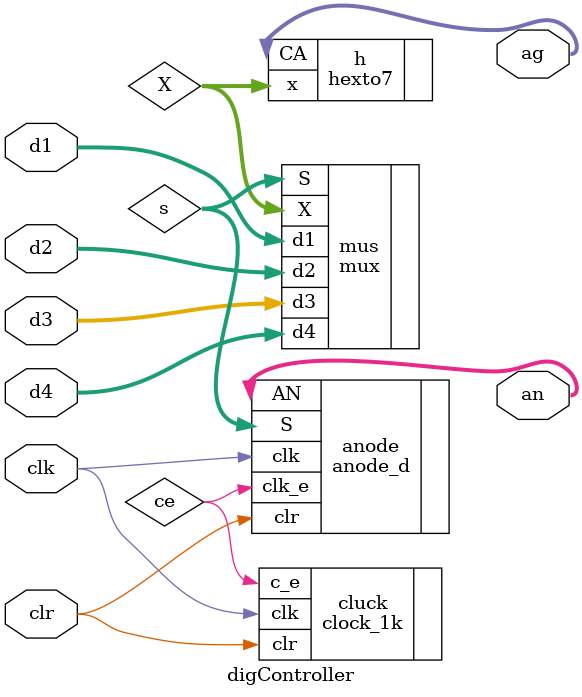
<source format=v>
`timescale 1ns / 1ps


module digController(
    input clk,
    input clr,
    input [3:0] d1,
    input [3:0] d2,
    input [3:0] d3,
    input [3:0] d4,
    output [3:0] an,
    output [6:0] ag
    );
    wire ce;
    wire[1:0]s;
    wire [3:0]X;
    clock_1k cluck (.clk(clk),.clr(clr),.c_e(ce));
    anode_d anode(.clk(clk),.clr(clr),.clk_e(ce),.AN(an),.S(s));
    mux mus (.d1(d1),.d2(d2),.d3(d3),.d4(d4),.S(s),.X(X));
    hexto7 h(.x(X),.CA(ag));
endmodule

</source>
